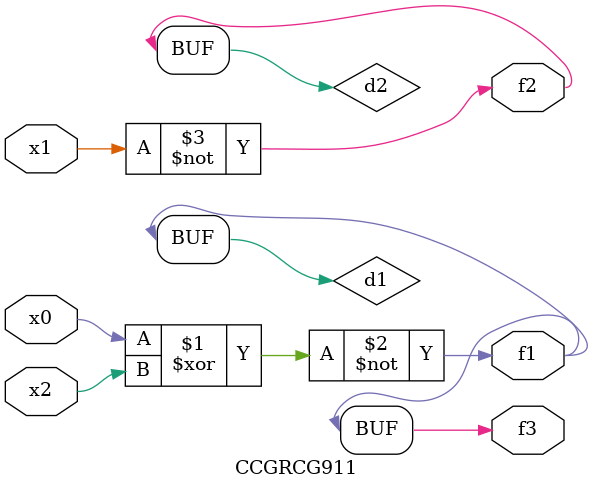
<source format=v>
module CCGRCG911(
	input x0, x1, x2,
	output f1, f2, f3
);

	wire d1, d2, d3;

	xnor (d1, x0, x2);
	nand (d2, x1);
	nor (d3, x1, x2);
	assign f1 = d1;
	assign f2 = d2;
	assign f3 = d1;
endmodule

</source>
